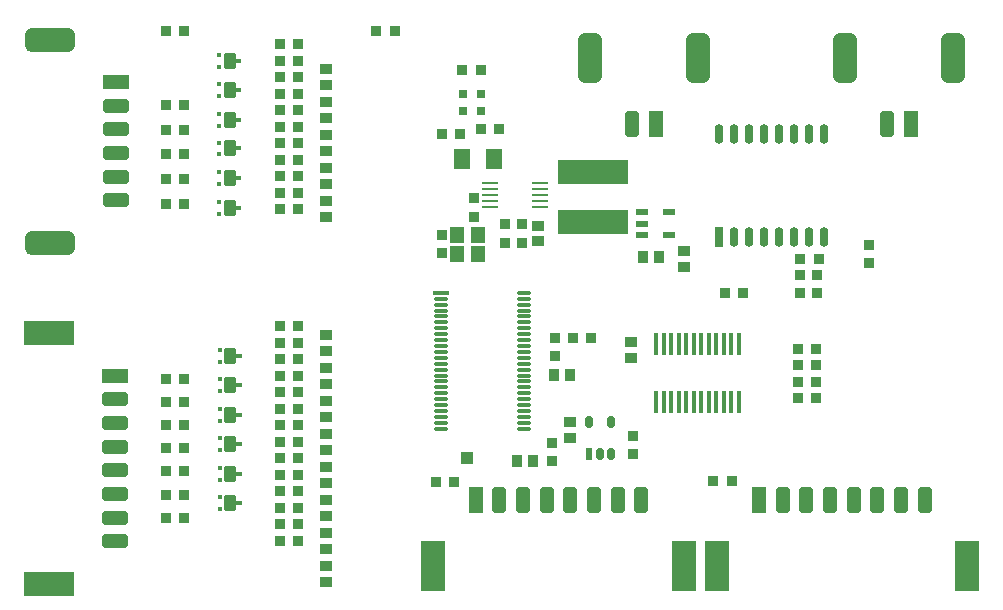
<source format=gtp>
G04 Layer_Color=8421504*
%FSLAX25Y25*%
%MOIN*%
G70*
G01*
G75*
G04:AMPARAMS|DCode=10|XSize=47.24mil|YSize=86.61mil|CornerRadius=11.81mil|HoleSize=0mil|Usage=FLASHONLY|Rotation=0.000|XOffset=0mil|YOffset=0mil|HoleType=Round|Shape=RoundedRectangle|*
%AMROUNDEDRECTD10*
21,1,0.04724,0.06299,0,0,0.0*
21,1,0.02362,0.08661,0,0,0.0*
1,1,0.02362,0.01181,-0.03150*
1,1,0.02362,-0.01181,-0.03150*
1,1,0.02362,-0.01181,0.03150*
1,1,0.02362,0.01181,0.03150*
%
%ADD10ROUNDEDRECTD10*%
%ADD11R,0.07874X0.16535*%
%ADD12R,0.04724X0.08661*%
%ADD13R,0.03347X0.03347*%
G04:AMPARAMS|DCode=14|XSize=47.24mil|YSize=86.61mil|CornerRadius=11.81mil|HoleSize=0mil|Usage=FLASHONLY|Rotation=270.000|XOffset=0mil|YOffset=0mil|HoleType=Round|Shape=RoundedRectangle|*
%AMROUNDEDRECTD14*
21,1,0.04724,0.06299,0,0,270.0*
21,1,0.02362,0.08661,0,0,270.0*
1,1,0.02362,-0.03150,-0.01181*
1,1,0.02362,-0.03150,0.01181*
1,1,0.02362,0.03150,0.01181*
1,1,0.02362,0.03150,-0.01181*
%
%ADD14ROUNDEDRECTD14*%
%ADD15R,0.16535X0.07874*%
%ADD16R,0.08661X0.04724*%
G04:AMPARAMS|DCode=17|XSize=78.74mil|YSize=165.35mil|CornerRadius=19.68mil|HoleSize=0mil|Usage=FLASHONLY|Rotation=270.000|XOffset=0mil|YOffset=0mil|HoleType=Round|Shape=RoundedRectangle|*
%AMROUNDEDRECTD17*
21,1,0.07874,0.12598,0,0,270.0*
21,1,0.03937,0.16535,0,0,270.0*
1,1,0.03937,-0.06299,-0.01968*
1,1,0.03937,-0.06299,0.01968*
1,1,0.03937,0.06299,0.01968*
1,1,0.03937,0.06299,-0.01968*
%
%ADD17ROUNDEDRECTD17*%
%ADD18R,0.03937X0.03543*%
%ADD19R,0.03543X0.03937*%
%ADD20R,0.03347X0.03347*%
%ADD21R,0.01400X0.07800*%
G04:AMPARAMS|DCode=22|XSize=78.74mil|YSize=165.35mil|CornerRadius=19.68mil|HoleSize=0mil|Usage=FLASHONLY|Rotation=180.000|XOffset=0mil|YOffset=0mil|HoleType=Round|Shape=RoundedRectangle|*
%AMROUNDEDRECTD22*
21,1,0.07874,0.12598,0,0,180.0*
21,1,0.03937,0.16535,0,0,180.0*
1,1,0.03937,-0.01968,0.06299*
1,1,0.03937,0.01968,0.06299*
1,1,0.03937,0.01968,-0.06299*
1,1,0.03937,-0.01968,-0.06299*
%
%ADD22ROUNDEDRECTD22*%
%ADD23R,0.03150X0.03150*%
%ADD24R,0.04134X0.02362*%
%ADD25R,0.04528X0.05512*%
G04:AMPARAMS|DCode=26|XSize=39.37mil|YSize=51.18mil|CornerRadius=2.95mil|HoleSize=0mil|Usage=FLASHONLY|Rotation=0.000|XOffset=0mil|YOffset=0mil|HoleType=Round|Shape=RoundedRectangle|*
%AMROUNDEDRECTD26*
21,1,0.03937,0.04528,0,0,0.0*
21,1,0.03347,0.05118,0,0,0.0*
1,1,0.00591,0.01673,-0.02264*
1,1,0.00591,-0.01673,-0.02264*
1,1,0.00591,-0.01673,0.02264*
1,1,0.00591,0.01673,0.02264*
%
%ADD26ROUNDEDRECTD26*%
%ADD27R,0.01772X0.01181*%
%ADD28R,0.01968X0.01221*%
%ADD29O,0.05315X0.01181*%
%ADD30R,0.05315X0.01181*%
%ADD31R,0.05512X0.07087*%
%ADD32R,0.23622X0.08268*%
%ADD33R,0.03937X0.03937*%
%ADD34O,0.02992X0.06693*%
%ADD35R,0.02992X0.06693*%
%ADD36R,0.02362X0.03937*%
G04:AMPARAMS|DCode=37|XSize=23.62mil|YSize=39.37mil|CornerRadius=5.91mil|HoleSize=0mil|Usage=FLASHONLY|Rotation=180.000|XOffset=0mil|YOffset=0mil|HoleType=Round|Shape=RoundedRectangle|*
%AMROUNDEDRECTD37*
21,1,0.02362,0.02756,0,0,180.0*
21,1,0.01181,0.03937,0,0,180.0*
1,1,0.01181,-0.00591,0.01378*
1,1,0.01181,0.00591,0.01378*
1,1,0.01181,0.00591,-0.01378*
1,1,0.01181,-0.00591,-0.01378*
%
%ADD37ROUNDEDRECTD37*%
%ADD38R,0.05512X0.01102*%
D10*
X200787Y35533D02*
D03*
X185039D02*
D03*
X192913D02*
D03*
X208661D02*
D03*
X232283D02*
D03*
X224410D02*
D03*
X216535D02*
D03*
X279528D02*
D03*
X287402D02*
D03*
X295276D02*
D03*
X303150D02*
D03*
X311024D02*
D03*
X318898D02*
D03*
X326772D02*
D03*
X314311Y161000D02*
D03*
X229311D02*
D03*
D11*
X246457Y13565D02*
D03*
X162992D02*
D03*
X257480D02*
D03*
X340945D02*
D03*
D12*
X177165Y35533D02*
D03*
X271654D02*
D03*
X322185Y161000D02*
D03*
X237185D02*
D03*
D13*
X169980Y41732D02*
D03*
X163878D02*
D03*
X262500Y42126D02*
D03*
X256398D02*
D03*
X117921Y22000D02*
D03*
X111819D02*
D03*
X290551Y69500D02*
D03*
X284449D02*
D03*
X290551Y75000D02*
D03*
X284449D02*
D03*
X290551Y80500D02*
D03*
X284449D02*
D03*
X290551Y86000D02*
D03*
X284449D02*
D03*
X80051Y29748D02*
D03*
X73949D02*
D03*
X80051Y37457D02*
D03*
X73949D02*
D03*
X80051Y45165D02*
D03*
X73949D02*
D03*
X80051Y52874D02*
D03*
X73949D02*
D03*
X80051Y60583D02*
D03*
X73949D02*
D03*
X80051Y68291D02*
D03*
X73949D02*
D03*
X178740Y159449D02*
D03*
X184843D02*
D03*
X171936Y157600D02*
D03*
X165834D02*
D03*
X80051Y76000D02*
D03*
X73949D02*
D03*
X80051Y134457D02*
D03*
X73949D02*
D03*
X80051Y142665D02*
D03*
X73949D02*
D03*
X80051Y150874D02*
D03*
X73949D02*
D03*
X80051Y159083D02*
D03*
X73949D02*
D03*
X80051Y167291D02*
D03*
X73949D02*
D03*
X80051Y192000D02*
D03*
X73949D02*
D03*
X111819Y27569D02*
D03*
X117921D02*
D03*
Y33068D02*
D03*
X111819D02*
D03*
Y38568D02*
D03*
X117921D02*
D03*
Y44069D02*
D03*
X111819D02*
D03*
Y49569D02*
D03*
X117921D02*
D03*
Y176568D02*
D03*
X111819D02*
D03*
X117921Y187568D02*
D03*
X111819D02*
D03*
X117921Y165568D02*
D03*
X111819D02*
D03*
X117921Y154569D02*
D03*
X111819D02*
D03*
X117921Y143569D02*
D03*
X111819D02*
D03*
X117921Y132569D02*
D03*
X111819D02*
D03*
Y138068D02*
D03*
X117921D02*
D03*
X111819Y149068D02*
D03*
X117921D02*
D03*
X111819Y160069D02*
D03*
X117921D02*
D03*
X111819Y171069D02*
D03*
X117921D02*
D03*
X111819Y182069D02*
D03*
X117921D02*
D03*
X111819Y93568D02*
D03*
X117921D02*
D03*
X111819Y82569D02*
D03*
X117921D02*
D03*
Y88068D02*
D03*
X111819D02*
D03*
X117921Y77069D02*
D03*
X111819D02*
D03*
Y71569D02*
D03*
X117921D02*
D03*
Y66069D02*
D03*
X111819D02*
D03*
Y60568D02*
D03*
X117921D02*
D03*
Y55068D02*
D03*
X111819D02*
D03*
X150173Y192100D02*
D03*
X144071D02*
D03*
X172638Y179134D02*
D03*
X178740D02*
D03*
X209571Y89600D02*
D03*
X215673D02*
D03*
X260249Y104500D02*
D03*
X266351D02*
D03*
X285319Y116068D02*
D03*
X291421D02*
D03*
D14*
X56771Y21950D02*
D03*
Y29824D02*
D03*
Y37698D02*
D03*
Y45572D02*
D03*
Y53446D02*
D03*
Y61321D02*
D03*
Y69195D02*
D03*
X57323Y167108D02*
D03*
Y159234D02*
D03*
Y151360D02*
D03*
Y143486D02*
D03*
Y135612D02*
D03*
D15*
X34802Y7777D02*
D03*
Y91242D02*
D03*
D16*
X56771Y77069D02*
D03*
X57323Y174982D02*
D03*
D17*
X35354Y189155D02*
D03*
Y121439D02*
D03*
D18*
X127370Y8343D02*
D03*
Y13657D02*
D03*
X228839Y88287D02*
D03*
Y82972D02*
D03*
X208661Y61713D02*
D03*
Y56398D02*
D03*
X198000Y121843D02*
D03*
Y127157D02*
D03*
X246500Y118658D02*
D03*
Y113342D02*
D03*
X127370Y41411D02*
D03*
Y46726D02*
D03*
Y30411D02*
D03*
Y35726D02*
D03*
Y19411D02*
D03*
Y24726D02*
D03*
Y162911D02*
D03*
Y168226D02*
D03*
Y151911D02*
D03*
Y157226D02*
D03*
Y173911D02*
D03*
Y179226D02*
D03*
Y140911D02*
D03*
Y146226D02*
D03*
Y129911D02*
D03*
Y135226D02*
D03*
Y85411D02*
D03*
Y90726D02*
D03*
Y74411D02*
D03*
Y79726D02*
D03*
Y52411D02*
D03*
Y57726D02*
D03*
Y63411D02*
D03*
Y68726D02*
D03*
D19*
X203248Y77165D02*
D03*
X208563D02*
D03*
X232776Y116535D02*
D03*
X238090D02*
D03*
X190965Y48600D02*
D03*
X196280D02*
D03*
D20*
X229528Y50886D02*
D03*
Y56988D02*
D03*
X192500Y121449D02*
D03*
Y127551D02*
D03*
X176685Y130149D02*
D03*
Y136251D02*
D03*
X187000Y127551D02*
D03*
Y121449D02*
D03*
X165870Y124120D02*
D03*
Y118017D02*
D03*
X202622Y48549D02*
D03*
Y54651D02*
D03*
X203622Y89651D02*
D03*
Y83549D02*
D03*
X308122Y120651D02*
D03*
Y114549D02*
D03*
X285370Y104517D02*
D03*
Y110620D02*
D03*
X290870Y104517D02*
D03*
Y110620D02*
D03*
D21*
X237250Y68300D02*
D03*
X239750D02*
D03*
X242250D02*
D03*
X244750D02*
D03*
X247250D02*
D03*
X249750D02*
D03*
X252250D02*
D03*
X254750D02*
D03*
X257250D02*
D03*
X259750D02*
D03*
X262250D02*
D03*
X264750D02*
D03*
Y87700D02*
D03*
X262250D02*
D03*
X259750D02*
D03*
X257250D02*
D03*
X254750D02*
D03*
X252250D02*
D03*
X249750D02*
D03*
X247250D02*
D03*
X244750D02*
D03*
X242250D02*
D03*
X239750D02*
D03*
X237250D02*
D03*
D22*
X300138Y182968D02*
D03*
X336358D02*
D03*
X215138D02*
D03*
X251358D02*
D03*
D23*
X178740Y165354D02*
D03*
X172835D02*
D03*
X178740Y170866D02*
D03*
X172835D02*
D03*
D24*
X232677Y131496D02*
D03*
Y127756D02*
D03*
Y124016D02*
D03*
X241732D02*
D03*
Y131496D02*
D03*
D25*
X170965Y124116D02*
D03*
X177854D02*
D03*
X170965Y117620D02*
D03*
X177854D02*
D03*
D26*
X95370Y34738D02*
D03*
Y44399D02*
D03*
Y54234D02*
D03*
Y64069D02*
D03*
Y83738D02*
D03*
Y73903D02*
D03*
X95120Y182069D02*
D03*
Y172195D02*
D03*
Y162320D02*
D03*
X95118Y152828D02*
D03*
Y142954D02*
D03*
Y133080D02*
D03*
D27*
X91827Y32769D02*
D03*
Y36706D02*
D03*
Y42431D02*
D03*
Y46368D02*
D03*
Y52265D02*
D03*
Y56202D02*
D03*
Y62100D02*
D03*
Y66037D02*
D03*
Y81769D02*
D03*
Y85706D02*
D03*
Y71935D02*
D03*
Y75872D02*
D03*
X91577Y184037D02*
D03*
Y180100D02*
D03*
Y174163D02*
D03*
Y170226D02*
D03*
Y164289D02*
D03*
Y160352D02*
D03*
X91575Y154797D02*
D03*
Y150860D02*
D03*
Y144923D02*
D03*
Y140986D02*
D03*
Y135049D02*
D03*
Y131112D02*
D03*
D28*
X98323Y34738D02*
D03*
Y44399D02*
D03*
Y54234D02*
D03*
Y64069D02*
D03*
Y83738D02*
D03*
Y73903D02*
D03*
X98073Y182069D02*
D03*
Y172195D02*
D03*
Y162320D02*
D03*
X98071Y152828D02*
D03*
Y142954D02*
D03*
Y133080D02*
D03*
D29*
X193150Y59431D02*
D03*
Y61399D02*
D03*
Y63368D02*
D03*
Y65336D02*
D03*
Y67305D02*
D03*
Y69273D02*
D03*
Y71242D02*
D03*
Y73210D02*
D03*
Y75179D02*
D03*
Y77147D02*
D03*
Y79116D02*
D03*
Y81084D02*
D03*
Y83053D02*
D03*
Y85021D02*
D03*
Y86990D02*
D03*
Y88958D02*
D03*
Y90927D02*
D03*
Y92895D02*
D03*
Y94864D02*
D03*
Y96832D02*
D03*
Y98801D02*
D03*
Y100769D02*
D03*
Y102738D02*
D03*
Y104706D02*
D03*
X165591Y59431D02*
D03*
Y61399D02*
D03*
Y63368D02*
D03*
Y65336D02*
D03*
Y67305D02*
D03*
Y69273D02*
D03*
Y71242D02*
D03*
Y73210D02*
D03*
Y75179D02*
D03*
Y77147D02*
D03*
Y79116D02*
D03*
Y81084D02*
D03*
Y83053D02*
D03*
Y85021D02*
D03*
Y86990D02*
D03*
Y88958D02*
D03*
Y90927D02*
D03*
Y92895D02*
D03*
Y94864D02*
D03*
Y96832D02*
D03*
Y98801D02*
D03*
Y100769D02*
D03*
Y102738D02*
D03*
D30*
Y104706D02*
D03*
D31*
X172457Y149268D02*
D03*
X183283D02*
D03*
D32*
X216142Y144882D02*
D03*
Y128347D02*
D03*
D33*
X174122Y49600D02*
D03*
D34*
X293370Y157793D02*
D03*
X288370D02*
D03*
X283370D02*
D03*
X278370D02*
D03*
X273370D02*
D03*
X268370D02*
D03*
X263370D02*
D03*
X258370D02*
D03*
X293370Y123344D02*
D03*
X288370D02*
D03*
X283370D02*
D03*
X278370D02*
D03*
X273370D02*
D03*
X268370D02*
D03*
X263370D02*
D03*
D35*
X258370D02*
D03*
D36*
X214764Y50886D02*
D03*
D37*
X218504D02*
D03*
X222244D02*
D03*
Y61713D02*
D03*
X214764D02*
D03*
D38*
X198610Y133463D02*
D03*
Y135432D02*
D03*
Y137400D02*
D03*
Y139368D02*
D03*
Y141337D02*
D03*
X181760Y133463D02*
D03*
Y135432D02*
D03*
Y137400D02*
D03*
Y139368D02*
D03*
Y141337D02*
D03*
M02*

</source>
